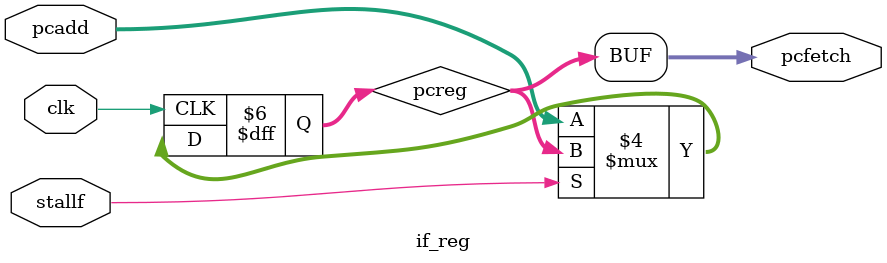
<source format=v>
module if_reg(
input clk,
input[31:0] pcadd,
input stallf,
output[31:0] pcfetch
);

reg [31:0] pcreg;

assign pcfetch = pcreg;

always @(posedge clk) begin
	if(stallf != 1) begin
		pcreg = pcadd;
	end
end
endmodule




</source>
